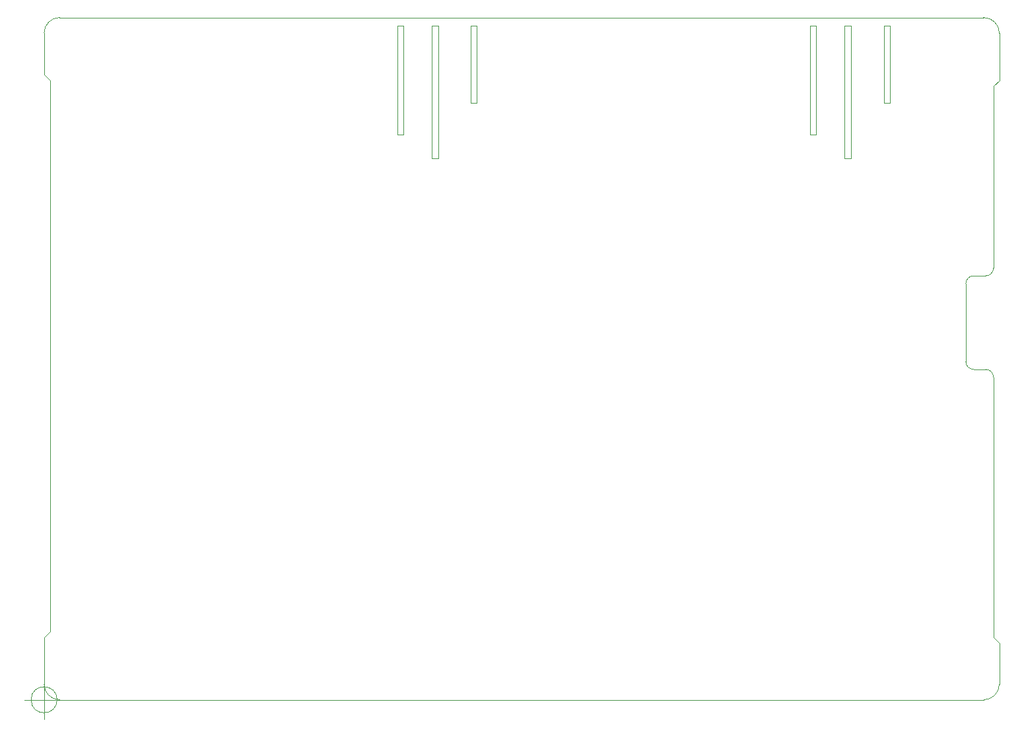
<source format=gbr>
G04 #@! TF.GenerationSoftware,KiCad,Pcbnew,(5.1.5)-3*
G04 #@! TF.CreationDate,2021-05-09T12:10:04+01:00*
G04 #@! TF.ProjectId,ControllerCircuit,436f6e74-726f-46c6-9c65-724369726375,rev?*
G04 #@! TF.SameCoordinates,Original*
G04 #@! TF.FileFunction,Profile,NP*
%FSLAX46Y46*%
G04 Gerber Fmt 4.6, Leading zero omitted, Abs format (unit mm)*
G04 Created by KiCad (PCBNEW (5.1.5)-3) date 2021-05-09 12:10:04*
%MOMM*%
%LPD*%
G04 APERTURE LIST*
G04 #@! TA.AperFunction,Profile*
%ADD10C,0.050000*%
G04 #@! TD*
G04 #@! TA.AperFunction,Profile*
%ADD11C,0.100000*%
G04 #@! TD*
G04 APERTURE END LIST*
D10*
X209500000Y-95600000D02*
X207950000Y-95600000D01*
X207950000Y-83600000D02*
X209500000Y-83600000D01*
X207950000Y-95600000D02*
G75*
G02X206950000Y-94600000I0J1000000D01*
G01*
X206950000Y-84600000D02*
G75*
G02X207950000Y-83600000I1000000J0D01*
G01*
X210500000Y-82600000D02*
G75*
G02X209500000Y-83600000I-1000000J0D01*
G01*
X209500000Y-95600000D02*
G75*
G02X210500000Y-96600000I0J-1000000D01*
G01*
X210500000Y-96600000D02*
X210500000Y-130000000D01*
X210500000Y-82600000D02*
X210500000Y-59250000D01*
X206950000Y-94600000D02*
X206950000Y-84600000D01*
X209500000Y-95600000D02*
X209500000Y-95600000D01*
D11*
X196450000Y-51500000D02*
X197250000Y-51500000D01*
X197250000Y-51500000D02*
X197250000Y-61400000D01*
X196450000Y-61400000D02*
X196450000Y-51500000D01*
X197250000Y-61400000D02*
X196450000Y-61400000D01*
X143450000Y-51500000D02*
X144250000Y-51500000D01*
X144250000Y-51500000D02*
X144250000Y-61400000D01*
X143450000Y-61400000D02*
X143450000Y-51500000D01*
X144250000Y-61400000D02*
X143450000Y-61400000D01*
X134050000Y-65500000D02*
X134050000Y-51500000D01*
X134850000Y-51500000D02*
X134850000Y-65500000D01*
X134850000Y-65500000D02*
X134050000Y-65500000D01*
X134050000Y-51500000D02*
X134850000Y-51500000D01*
X138450000Y-68500000D02*
X138450000Y-51500000D01*
X138450000Y-51500000D02*
X139350000Y-51500000D01*
X139350000Y-51500000D02*
X139350000Y-68500000D01*
X139350000Y-68500000D02*
X138450000Y-68500000D01*
X186950000Y-65500000D02*
X186950000Y-51500000D01*
X186950000Y-51500000D02*
X187750000Y-51500000D01*
X187750000Y-51500000D02*
X187750000Y-65500000D01*
X187750000Y-65500000D02*
X186950000Y-65500000D01*
X192250000Y-51500000D02*
X192250000Y-68500000D01*
X191350000Y-51500000D02*
X192250000Y-51500000D01*
X191350000Y-68500000D02*
X191350000Y-51500000D01*
X192250000Y-68500000D02*
X191350000Y-68500000D01*
D10*
X211250000Y-52450000D02*
X211250000Y-58500000D01*
X211250000Y-58500000D02*
X210500000Y-59250000D01*
X211250000Y-130750000D02*
X210500000Y-130000000D01*
X211250000Y-136000000D02*
X211250000Y-130750000D01*
X88750000Y-136000000D02*
X88750000Y-130000000D01*
X88750000Y-57750000D02*
X89500000Y-58500000D01*
X88750000Y-52450000D02*
X88750000Y-57750000D01*
X88750000Y-130000000D02*
X89500000Y-129250000D01*
X89500000Y-58500000D02*
X89500000Y-129250000D01*
X90416666Y-138000000D02*
G75*
G03X90416666Y-138000000I-1666666J0D01*
G01*
X86250000Y-138000000D02*
X91250000Y-138000000D01*
X88750000Y-135500000D02*
X88750000Y-140500000D01*
X90750000Y-138000000D02*
G75*
G02X88750000Y-136000000I0J2000000D01*
G01*
X209250000Y-138000000D02*
X90750000Y-138000000D01*
X211250000Y-136000000D02*
G75*
G02X209250000Y-138000000I-2000000J0D01*
G01*
X88750000Y-52450000D02*
G75*
G02X90750000Y-50450000I2000000J0D01*
G01*
X209250000Y-50450000D02*
G75*
G02X211250000Y-52450000I0J-2000000D01*
G01*
X209250000Y-50450000D02*
X90750000Y-50450000D01*
M02*

</source>
